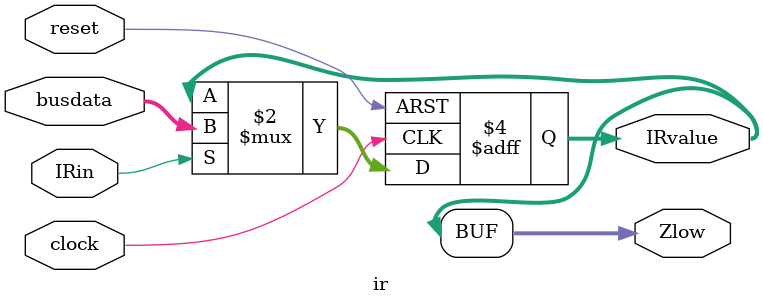
<source format=v>
module ir (
    input wire clock, 
    input wire reset,
    input wire IRin,           // Enable signal for loading data
    input wire [31:0] busdata, // Data from the bus
    output reg [31:0] IRvalue, // Internal storage for instruction register
    output wire [31:0] Zlow    // Output passed to the bus
);
    // Load instruction value on rising clock edge or reset
    always @(posedge clock or posedge reset) begin
        if (reset)
            IRvalue <= 32'b0;  // Reset the IRvalue to zero
        else if (IRin)
            IRvalue <= busdata;  // Load data from the bus
    end

    // Pass IRvalue to Zlow for bus connection
    assign Zlow = IRvalue;  // Connect IRvalue directly to Zlow output

endmodule
</source>
